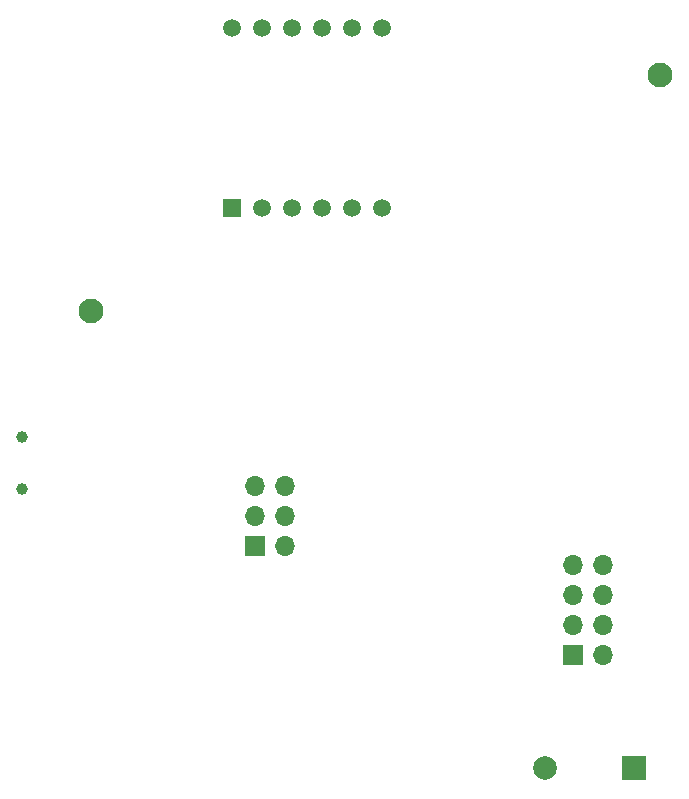
<source format=gbr>
%TF.GenerationSoftware,KiCad,Pcbnew,(7.0.0-0)*%
%TF.CreationDate,2023-04-20T13:26:23-06:00*%
%TF.ProjectId,Phase B - PCB,50686173-6520-4422-902d-205043422e6b,rev?*%
%TF.SameCoordinates,Original*%
%TF.FileFunction,Soldermask,Bot*%
%TF.FilePolarity,Negative*%
%FSLAX46Y46*%
G04 Gerber Fmt 4.6, Leading zero omitted, Abs format (unit mm)*
G04 Created by KiCad (PCBNEW (7.0.0-0)) date 2023-04-20 13:26:23*
%MOMM*%
%LPD*%
G01*
G04 APERTURE LIST*
%ADD10C,1.000000*%
%ADD11R,1.700000X1.700000*%
%ADD12O,1.700000X1.700000*%
%ADD13C,2.100000*%
%ADD14R,2.000000X2.000000*%
%ADD15C,2.000000*%
%ADD16R,1.500000X1.500000*%
%ADD17C,1.500000*%
G04 APERTURE END LIST*
D10*
%TO.C,J1*%
X116882500Y-93050000D03*
X116882500Y-97450000D03*
%TD*%
D11*
%TO.C,J4*%
X163499999Y-111519999D03*
D12*
X166039999Y-111519999D03*
X163499999Y-108979999D03*
X166039999Y-108979999D03*
X163499999Y-106439999D03*
X166039999Y-106439999D03*
X163499999Y-103899999D03*
X166039999Y-103899999D03*
%TD*%
D13*
%TO.C,REF\u002A\u002A*%
X170900000Y-62400000D03*
%TD*%
D11*
%TO.C,J2*%
X136549999Y-102279999D03*
D12*
X139089999Y-102279999D03*
X136549999Y-99739999D03*
X139089999Y-99739999D03*
X136549999Y-97199999D03*
X139089999Y-97199999D03*
%TD*%
D14*
%TO.C,LS1*%
X168699999Y-121099999D03*
D15*
X161100000Y-121100000D03*
%TD*%
D16*
%TO.C,U2*%
X134619999Y-73659999D03*
D17*
X137160000Y-73660000D03*
X139700000Y-73660000D03*
X142240000Y-73660000D03*
X144780000Y-73660000D03*
X147320000Y-73660000D03*
X147320000Y-58420000D03*
X144780000Y-58420000D03*
X142240000Y-58420000D03*
X139700000Y-58420000D03*
X137160000Y-58420000D03*
X134620000Y-58420000D03*
%TD*%
D13*
%TO.C,REF\u002A\u002A*%
X122700000Y-82400000D03*
%TD*%
M02*

</source>
